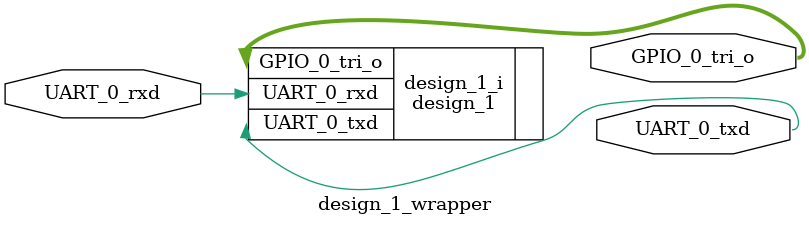
<source format=v>
`timescale 1 ps / 1 ps

module design_1_wrapper
   (GPIO_0_tri_o,
    UART_0_rxd,
    UART_0_txd);
  output [1:0]GPIO_0_tri_o;
  input UART_0_rxd;
  output UART_0_txd;

  wire [1:0]GPIO_0_tri_o;
  wire UART_0_rxd;
  wire UART_0_txd;

  design_1 design_1_i
       (.GPIO_0_tri_o(GPIO_0_tri_o),
        .UART_0_rxd(UART_0_rxd),
        .UART_0_txd(UART_0_txd));
endmodule

</source>
